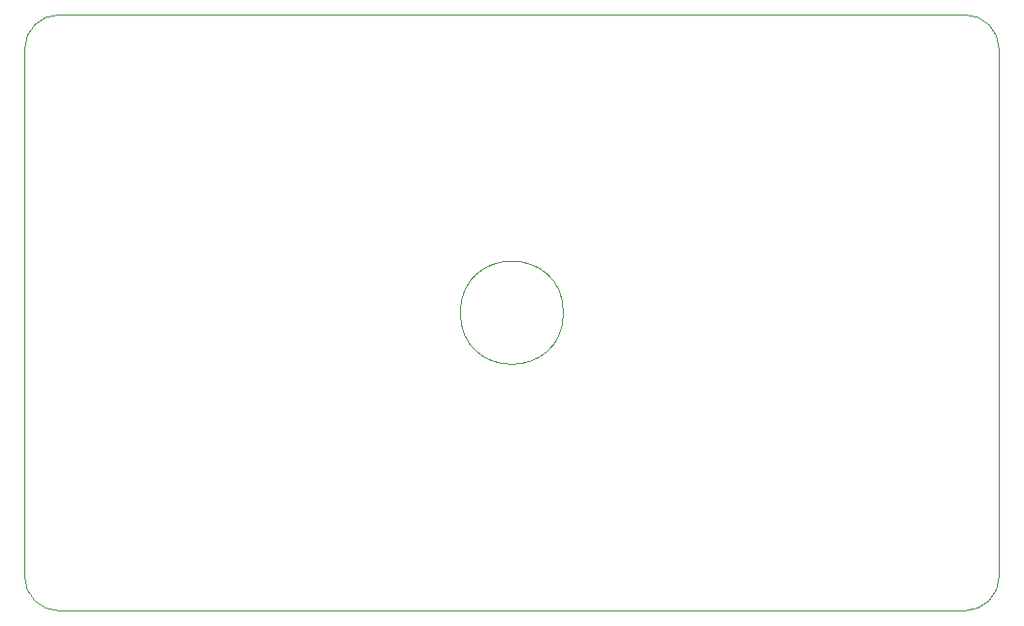
<source format=gbr>
G04 #@! TF.GenerationSoftware,KiCad,Pcbnew,(5.1.5)-3*
G04 #@! TF.CreationDate,2020-06-12T22:16:18+02:00*
G04 #@! TF.ProjectId,pwm,70776d2e-6b69-4636-9164-5f7063625858,rev?*
G04 #@! TF.SameCoordinates,Original*
G04 #@! TF.FileFunction,Profile,NP*
%FSLAX46Y46*%
G04 Gerber Fmt 4.6, Leading zero omitted, Abs format (unit mm)*
G04 Created by KiCad (PCBNEW (5.1.5)-3) date 2020-06-12 22:16:18*
%MOMM*%
%LPD*%
G04 APERTURE LIST*
%ADD10C,0.050000*%
G04 APERTURE END LIST*
D10*
X128250000Y-126000000D02*
G75*
G02X125250000Y-123000000I0J3000000D01*
G01*
X125250000Y-77000000D02*
G75*
G02X128250000Y-74000000I3000000J0D01*
G01*
X207250000Y-74000000D02*
G75*
G02X210250000Y-77000000I0J-3000000D01*
G01*
X210250000Y-123000000D02*
G75*
G02X207250000Y-126000000I-3000000J0D01*
G01*
X172250000Y-100000000D02*
G75*
G03X172250000Y-100000000I-4500000J0D01*
G01*
X128250000Y-74000000D02*
X207250000Y-74000000D01*
X125250000Y-123000000D02*
X125250000Y-77000000D01*
X207250000Y-126000000D02*
X128250000Y-126000000D01*
X210250000Y-77000000D02*
X210250000Y-123000000D01*
M02*

</source>
